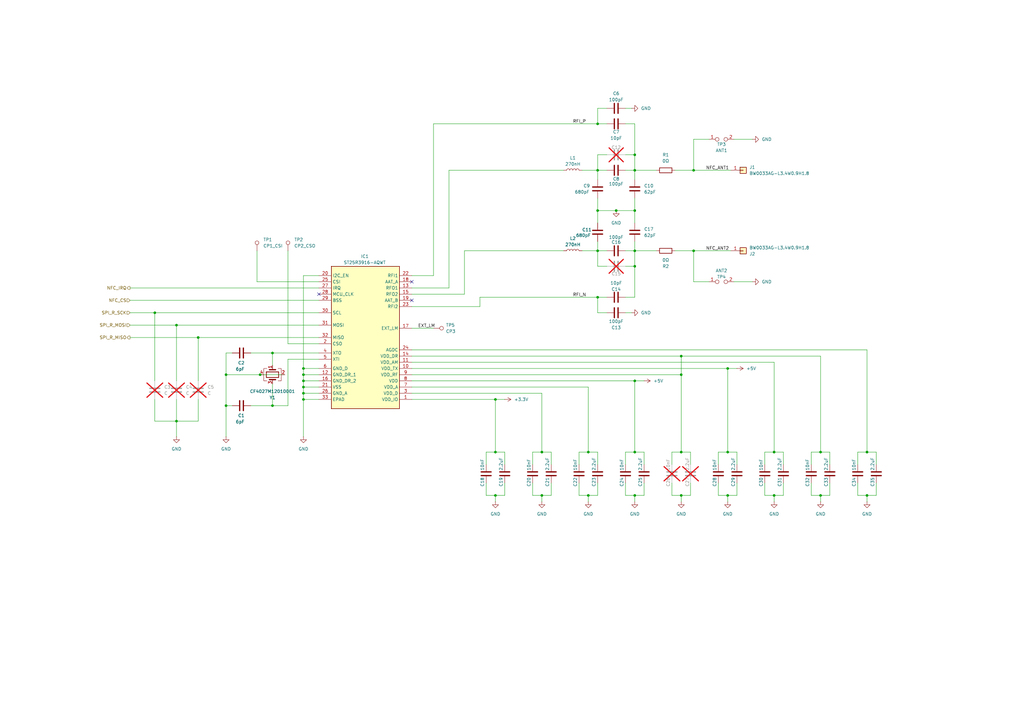
<source format=kicad_sch>
(kicad_sch (version 20231120) (generator "eeschema") (generator_version "8.0")
  (paper "A3")
  (lib_symbols
    (symbol "Connector:TestPoint" (pin_numbers hide) (pin_names (offset 0.762) hide)
      (property "Reference" "TP" (at 0 6.858 0))
      (property "Value" "TestPoint" (at 0 5.08 0))
      (symbol "TestPoint_0_1"
        (circle (center 0 3.302) (radius 0.762))
      )
      (symbol "TestPoint_1_1"
        (pin passive line (at 0 0 90) (length 2.54) (name "1") (number "1"))
      )
    )
    (symbol "Connector:TestPoint_2Pole" (pin_names (offset 0.762) hide)
      (property "Reference" "TP" (at 0 1.524 0))
      (property "Value" "TestPoint_2Pole" (at 0 -1.778 0))
      (symbol "TestPoint_2Pole_0_1"
        (circle (center -1.778 0) (radius 0.762))
        (circle (center 1.778 0) (radius 0.762))
        (pin passive line (at -5.08 0 0) (length 2.54) (name "1") (number "1"))
        (pin passive line (at 5.08 0 180) (length 2.54) (name "2") (number "2"))
      )
    )
    (symbol "Connector_Generic:Conn_01x01" (pin_names (offset 1.016) hide)
      (property "Reference" "J" (at 0 2.54 0))
      (property "Value" "Conn_01x01" (at 0 -2.54 0))
      (symbol "Conn_01x01_1_1"
        (rectangle (start -1.27 0.127) (end 0 -0.127) (stroke (width 0.1524)))
        (rectangle (start -1.27 1.27) (end 1.27 -1.27) (stroke (width 0.254)) (fill (type background)))
        (pin passive line (at -5.08 0 0) (length 3.81) (name "Pin_1") (number "1"))
      )
    )
    (symbol "Device:C" (pin_numbers hide) (pin_names (offset 0.254))
      (property "Reference" "C" (at 0.635 2.54 0))
      (property "Value" "C" (at 0.635 -2.54 0))
      (symbol "C_0_1"
        (polyline (pts (xy -2.032 -0.762) (xy 2.032 -0.762)) (stroke (width 0.508)))
        (polyline (pts (xy -2.032 0.762) (xy 2.032 0.762)) (stroke (width 0.508)))
      )
      (symbol "C_1_1"
        (pin passive line (at 0 3.81 270) (length 2.794) (name "~") (number "1"))
        (pin passive line (at 0 -3.81 90) (length 2.794) (name "~") (number "2"))
      )
    )
    (symbol "Device:Crystal_GND24" (pin_names (offset 1.016) hide)
      (property "Reference" "Y" (at 3.175 5.08 0))
      (property "Value" "Crystal_GND24" (at 3.175 3.175 0))
      (symbol "Crystal_GND24_0_1"
        (rectangle (start -1.143 2.54) (end 1.143 -2.54) (stroke (width 0.3048)))
        (polyline (pts (xy -2.54 0) (xy -2.032 0)))
        (polyline (pts (xy -2.032 -1.27) (xy -2.032 1.27)) (stroke (width 0.508)))
        (polyline (pts (xy 0 -3.81) (xy 0 -3.556)))
        (polyline (pts (xy 0 3.556) (xy 0 3.81)))
        (polyline (pts (xy 2.032 -1.27) (xy 2.032 1.27)) (stroke (width 0.508)))
        (polyline (pts (xy 2.032 0) (xy 2.54 0)))
        (polyline (pts (xy -2.54 -2.286) (xy -2.54 -3.556) (xy 2.54 -3.556) (xy 2.54 -2.286)))
        (polyline (pts (xy -2.54 2.286) (xy -2.54 3.556) (xy 2.54 3.556) (xy 2.54 2.286)))
      )
      (symbol "Crystal_GND24_1_1"
        (pin passive line (at -3.81 0 0) (length 1.27) (name "1") (number "1"))
        (pin passive line (at 0 5.08 270) (length 1.27) (name "2") (number "2"))
        (pin passive line (at 3.81 0 180) (length 1.27) (name "3") (number "3"))
        (pin passive line (at 0 -5.08 90) (length 1.27) (name "4") (number "4"))
      )
    )
    (symbol "Device:L" (pin_numbers hide) (pin_names (offset 1.016) hide)
      (property "Reference" "L" (at -1.27 0 90))
      (property "Value" "L" (at 1.905 0 90))
      (symbol "L_0_1"
        (arc (start 0 -2.54) (mid 0.6323 -1.905) (end 0 -1.27))
        (arc (start 0 -1.27) (mid 0.6323 -0.635) (end 0 0))
        (arc (start 0 0) (mid 0.6323 0.635) (end 0 1.27))
        (arc (start 0 1.27) (mid 0.6323 1.905) (end 0 2.54))
      )
      (symbol "L_1_1"
        (pin passive line (at 0 3.81 270) (length 1.27) (name "1") (number "1"))
        (pin passive line (at 0 -3.81 90) (length 1.27) (name "2") (number "2"))
      )
    )
    (symbol "Device:R" (pin_numbers hide) (pin_names (offset 0))
      (property "Reference" "R" (at 2.032 0 90))
      (property "Value" "R" (at 0 0 90))
      (symbol "R_0_1"
        (rectangle (start -1.016 -2.54) (end 1.016 2.54) (stroke (width 0.254)))
      )
      (symbol "R_1_1"
        (pin passive line (at 0 3.81 270) (length 1.27) (name "~") (number "1"))
        (pin passive line (at 0 -3.81 90) (length 1.27) (name "~") (number "2"))
      )
    )
    (symbol "SamacSys_Parts:ST25R3916-AQWT"
      (property "Reference" "IC1" (at -0.254 29.464 0))
      (property "Value" "ST25R3916-AQWT" (at -0.254 26.924 0))
      (symbol "ST25R3916-AQWT_1_1"
        (rectangle (start -13.97 25.4) (end 13.97 -33.02) (stroke (width 0.254)) (fill (type background)))
        (pin passive line (at 19.05 -29.21 180) (length 5.08) (name "VDD_IO") (number "1"))
        (pin passive line (at 19.05 -16.51 180) (length 5.08) (name "VDD_TX") (number "10"))
        (pin passive line (at 19.05 -13.97 180) (length 5.08) (name "VDD_AM") (number "11"))
        (pin passive line (at -19.05 -19.05 0) (length 5.08) (name "GND_DR_1") (number "12"))
        (pin passive line (at 19.05 16.51 180) (length 5.08) (name "RFO1") (number "13"))
        (pin passive line (at 19.05 -11.43 180) (length 5.08) (name "VDD_DR") (number "14"))
        (pin passive line (at 19.05 13.97 180) (length 5.08) (name "RFO2") (number "15"))
        (pin passive line (at -19.05 -21.59 0) (length 5.08) (name "GND_DR_2") (number "16"))
        (pin passive line (at 19.05 0 180) (length 5.08) (name "EXT_LM") (number "17"))
        (pin passive line (at 19.05 19.05 180) (length 5.08) (name "AAT_A") (number "18"))
        (pin passive line (at 19.05 11.43 180) (length 5.08) (name "AAT_B") (number "19"))
        (pin passive line (at -19.05 -6.35 0) (length 5.08) (name "CSO") (number "2"))
        (pin passive line (at -19.05 21.59 0) (length 5.08) (name "I2C_EN") (number "20"))
        (pin passive line (at -19.05 -24.13 0) (length 5.08) (name "VSS") (number "21"))
        (pin passive line (at 19.05 21.59 180) (length 5.08) (name "RFI1") (number "22"))
        (pin passive line (at 19.05 8.89 180) (length 5.08) (name "RFI2") (number "23"))
        (pin passive line (at 19.05 -8.89 180) (length 5.08) (name "AGDC") (number "24"))
        (pin passive line (at -19.05 19.05 0) (length 5.08) (name "CSI") (number "25"))
        (pin passive line (at -19.05 -26.67 0) (length 5.08) (name "GND_A") (number "26"))
        (pin passive line (at -19.05 16.51 0) (length 5.08) (name "IRQ") (number "27"))
        (pin passive line (at -19.05 13.97 0) (length 5.08) (name "MCU_CLK") (number "28"))
        (pin passive line (at -19.05 11.43 0) (length 5.08) (name "BSS") (number "29"))
        (pin passive line (at 19.05 -26.67 180) (length 5.08) (name "VDD_D") (number "3"))
        (pin passive line (at -19.05 6.35 0) (length 5.08) (name "SCLK") (number "30") (alternate "SCL" passive line))
        (pin passive line (at -19.05 1.27 0) (length 5.08) (name "MOSI") (number "31"))
        (pin passive line (at -19.05 -3.81 0) (length 5.08) (name "MISO") (number "32"))
        (pin passive line (at -19.05 -29.21 0) (length 5.08) (name "EPAD") (number "33"))
        (pin passive line (at -19.05 -10.16 0) (length 5.08) (name "XTO") (number "4"))
        (pin passive line (at -19.05 -12.7 0) (length 5.08) (name "XTI") (number "5"))
        (pin passive line (at -19.05 -16.51 0) (length 5.08) (name "GND_D") (number "6"))
        (pin passive line (at 19.05 -24.13 180) (length 5.08) (name "VDD_A") (number "7"))
        (pin passive line (at 19.05 -21.59 180) (length 5.08) (name "VDD") (number "8"))
        (pin passive line (at 19.05 -19.05 180) (length 5.08) (name "VDD_RF") (number "9"))
      )
    )
    (symbol "power:+3.3V" (power) (pin_numbers hide) (pin_names (offset 0) hide)
      (property "Value" "+3.3V" (at 0 3.556 0))
      (symbol "+3.3V_0_1"
        (polyline (pts (xy -0.762 1.27) (xy 0 2.54)))
        (polyline (pts (xy 0 0) (xy 0 2.54)))
        (polyline (pts (xy 0 2.54) (xy 0.762 1.27)))
      )
      (symbol "+3.3V_1_1"
        (pin power_in line (at 0 0 90) (length 0) (name "~") (number "1"))
      )
    )
    (symbol "power:+5V" (power) (pin_numbers hide) (pin_names (offset 0) hide)
      (property "Value" "+5V" (at 0 3.556 0))
      (symbol "+5V_0_1"
        (polyline (pts (xy -0.762 1.27) (xy 0 2.54)))
        (polyline (pts (xy 0 0) (xy 0 2.54)))
        (polyline (pts (xy 0 2.54) (xy 0.762 1.27)))
      )
      (symbol "+5V_1_1"
        (pin power_in line (at 0 0 90) (length 0) (name "~") (number "1"))
      )
    )
    (symbol "power:GND" (power) (pin_numbers hide) (pin_names (offset 0) hide)
      (property "Value" "GND" (at 0 -3.81 0))
      (symbol "GND_0_1"
        (polyline (pts (xy 0 0) (xy 0 -1.27) (xy 1.27 -1.27) (xy 0 -2.54) (xy -1.27 -1.27) (xy 0 -1.27)))
      )
      (symbol "GND_1_1"
        (pin power_in line (at 0 0 270) (length 0) (name "~") (number "1"))
      )
    )
  )
  (junction (at 222.25 203.2))
  (junction (at 124.46 153.67))
  (junction (at 245.11 50.8))
  (junction (at 63.5 128.27))
  (junction (at 241.3 185.42))
  (junction (at 106.68 153.67))
  (junction (at 298.45 151.13))
  (junction (at 260.35 86.36))
  (junction (at 260.35 203.2))
  (junction (at 298.45 203.2))
  (junction (at 355.6 203.2))
  (junction (at 245.11 86.36))
  (junction (at 222.25 185.42))
  (junction (at 260.35 69.85))
  (junction (at 241.3 203.2))
  (junction (at 260.35 63.5))
  (junction (at 279.4 185.42))
  (junction (at 92.71 166.37))
  (junction (at 355.6 185.42))
  (junction (at 279.4 146.05))
  (junction (at 260.35 156.21))
  (junction (at 279.4 153.67))
  (junction (at 124.46 161.29))
  (junction (at 72.39 172.72))
  (junction (at 111.76 144.78))
  (junction (at 284.48 102.87))
  (junction (at 245.11 102.87))
  (junction (at 203.2 203.2))
  (junction (at 317.5 185.42))
  (junction (at 279.4 203.2))
  (junction (at 72.39 133.35))
  (junction (at 81.28 138.43))
  (junction (at 260.35 109.22))
  (junction (at 111.76 166.37))
  (junction (at 203.2 185.42))
  (junction (at 124.46 156.21))
  (junction (at 284.48 69.85))
  (junction (at 124.46 163.83))
  (junction (at 124.46 151.13))
  (junction (at 298.45 185.42))
  (junction (at 92.71 153.67))
  (junction (at 260.35 185.42))
  (junction (at 252.73 86.36))
  (junction (at 245.11 121.92))
  (junction (at 203.2 163.83))
  (junction (at 317.5 203.2))
  (junction (at 260.35 102.87))
  (junction (at 336.55 185.42))
  (junction (at 124.46 158.75))
  (junction (at 336.55 203.2))
  (junction (at 245.11 69.85))
  (no_connect (at 130.81 120.65))
  (no_connect (at 168.91 115.57))
  (no_connect (at 168.91 123.19))
  (wire (pts (xy 177.8 113.03) (xy 168.91 113.03)))
  (wire (pts (xy 168.91 156.21) (xy 260.35 156.21)))
  (wire (pts (xy 237.49 185.42) (xy 241.3 185.42)))
  (wire (pts (xy 355.6 205.74) (xy 355.6 203.2)))
  (wire (pts (xy 196.85 125.73) (xy 196.85 121.92)))
  (wire (pts (xy 313.69 185.42) (xy 317.5 185.42)))
  (wire (pts (xy 111.76 166.37) (xy 118.11 166.37)))
  (wire (pts (xy 111.76 157.48) (xy 111.76 166.37)))
  (wire (pts (xy 245.11 203.2) (xy 241.3 203.2)))
  (wire (pts (xy 264.16 203.2) (xy 260.35 203.2)))
  (wire (pts (xy 105.41 115.57) (xy 105.41 102.87)))
  (wire (pts (xy 340.36 185.42) (xy 340.36 190.5)))
  (wire (pts (xy 260.35 102.87) (xy 260.35 99.06)))
  (wire (pts (xy 245.11 44.45) (xy 248.92 44.45)))
  (wire (pts (xy 218.44 185.42) (xy 222.25 185.42)))
  (wire (pts (xy 355.6 143.51) (xy 355.6 185.42)))
  (wire (pts (xy 260.35 109.22) (xy 256.54 109.22)))
  (wire (pts (xy 226.06 203.2) (xy 222.25 203.2)))
  (wire (pts (xy 203.2 163.83) (xy 203.2 185.42)))
  (wire (pts (xy 248.92 102.87) (xy 245.11 102.87)))
  (wire (pts (xy 207.01 185.42) (xy 207.01 190.5)))
  (wire (pts (xy 264.16 198.12) (xy 264.16 203.2)))
  (wire (pts (xy 284.48 57.15) (xy 284.48 69.85)))
  (wire (pts (xy 260.35 63.5) (xy 256.54 63.5)))
  (wire (pts (xy 184.15 69.85) (xy 184.15 118.11)))
  (wire (pts (xy 298.45 185.42) (xy 302.26 185.42)))
  (wire (pts (xy 300.99 57.15) (xy 308.61 57.15)))
  (wire (pts (xy 260.35 81.28) (xy 260.35 86.36)))
  (wire (pts (xy 72.39 163.83) (xy 72.39 172.72)))
  (wire (pts (xy 245.11 121.92) (xy 248.92 121.92)))
  (wire (pts (xy 168.91 163.83) (xy 203.2 163.83)))
  (wire (pts (xy 237.49 203.2) (xy 241.3 203.2)))
  (wire (pts (xy 321.31 203.2) (xy 317.5 203.2)))
  (wire (pts (xy 284.48 69.85) (xy 299.72 69.85)))
  (wire (pts (xy 63.5 128.27) (xy 130.81 128.27)))
  (wire (pts (xy 359.41 198.12) (xy 359.41 203.2)))
  (wire (pts (xy 231.14 69.85) (xy 184.15 69.85)))
  (wire (pts (xy 168.91 125.73) (xy 196.85 125.73)))
  (wire (pts (xy 168.91 143.51) (xy 355.6 143.51)))
  (wire (pts (xy 92.71 144.78) (xy 92.71 153.67)))
  (wire (pts (xy 190.5 120.65) (xy 168.91 120.65)))
  (wire (pts (xy 168.91 153.67) (xy 279.4 153.67)))
  (wire (pts (xy 92.71 153.67) (xy 106.68 153.67)))
  (wire (pts (xy 302.26 185.42) (xy 302.26 190.5)))
  (wire (pts (xy 256.54 190.5) (xy 256.54 185.42)))
  (wire (pts (xy 124.46 113.03) (xy 124.46 151.13)))
  (wire (pts (xy 53.34 118.11) (xy 130.81 118.11)))
  (wire (pts (xy 111.76 149.86) (xy 111.76 144.78)))
  (wire (pts (xy 260.35 121.92) (xy 260.35 109.22)))
  (wire (pts (xy 207.01 163.83) (xy 203.2 163.83)))
  (wire (pts (xy 260.35 156.21) (xy 260.35 185.42)))
  (wire (pts (xy 260.35 185.42) (xy 264.16 185.42)))
  (wire (pts (xy 124.46 161.29) (xy 124.46 163.83)))
  (wire (pts (xy 260.35 205.74) (xy 260.35 203.2)))
  (wire (pts (xy 359.41 203.2) (xy 355.6 203.2)))
  (wire (pts (xy 168.91 161.29) (xy 222.25 161.29)))
  (wire (pts (xy 190.5 102.87) (xy 190.5 120.65)))
  (wire (pts (xy 72.39 133.35) (xy 72.39 156.21)))
  (wire (pts (xy 237.49 198.12) (xy 237.49 203.2)))
  (wire (pts (xy 283.21 198.12) (xy 283.21 203.2)))
  (wire (pts (xy 256.54 185.42) (xy 260.35 185.42)))
  (wire (pts (xy 222.25 185.42) (xy 226.06 185.42)))
  (wire (pts (xy 199.39 198.12) (xy 199.39 203.2)))
  (wire (pts (xy 275.59 190.5) (xy 275.59 185.42)))
  (wire (pts (xy 124.46 151.13) (xy 124.46 153.67)))
  (wire (pts (xy 118.11 102.87) (xy 118.11 140.97)))
  (wire (pts (xy 124.46 163.83) (xy 130.81 163.83)))
  (wire (pts (xy 124.46 151.13) (xy 130.81 151.13)))
  (wire (pts (xy 118.11 140.97) (xy 130.81 140.97)))
  (wire (pts (xy 203.2 205.74) (xy 203.2 203.2)))
  (wire (pts (xy 238.76 69.85) (xy 245.11 69.85)))
  (wire (pts (xy 290.83 115.57) (xy 284.48 115.57)))
  (wire (pts (xy 336.55 185.42) (xy 340.36 185.42)))
  (wire (pts (xy 53.34 133.35) (xy 72.39 133.35)))
  (wire (pts (xy 359.41 185.42) (xy 359.41 190.5)))
  (wire (pts (xy 124.46 153.67) (xy 124.46 156.21)))
  (wire (pts (xy 256.54 121.92) (xy 260.35 121.92)))
  (wire (pts (xy 81.28 163.83) (xy 81.28 172.72)))
  (wire (pts (xy 53.34 128.27) (xy 63.5 128.27)))
  (wire (pts (xy 124.46 158.75) (xy 130.81 158.75)))
  (wire (pts (xy 260.35 69.85) (xy 260.35 73.66)))
  (wire (pts (xy 184.15 118.11) (xy 168.91 118.11)))
  (wire (pts (xy 218.44 203.2) (xy 222.25 203.2)))
  (wire (pts (xy 124.46 158.75) (xy 124.46 161.29)))
  (wire (pts (xy 222.25 161.29) (xy 222.25 185.42)))
  (wire (pts (xy 279.4 153.67) (xy 279.4 185.42)))
  (wire (pts (xy 63.5 128.27) (xy 63.5 156.21)))
  (wire (pts (xy 245.11 121.92) (xy 245.11 128.27)))
  (wire (pts (xy 256.54 128.27) (xy 259.08 128.27)))
  (wire (pts (xy 118.11 147.32) (xy 130.81 147.32)))
  (wire (pts (xy 238.76 102.87) (xy 245.11 102.87)))
  (wire (pts (xy 226.06 198.12) (xy 226.06 203.2)))
  (wire (pts (xy 231.14 102.87) (xy 190.5 102.87)))
  (wire (pts (xy 351.79 185.42) (xy 355.6 185.42)))
  (wire (pts (xy 72.39 133.35) (xy 130.81 133.35)))
  (wire (pts (xy 245.11 50.8) (xy 248.92 50.8)))
  (wire (pts (xy 124.46 153.67) (xy 130.81 153.67)))
  (wire (pts (xy 241.3 158.75) (xy 241.3 185.42)))
  (wire (pts (xy 168.91 158.75) (xy 241.3 158.75)))
  (wire (pts (xy 245.11 198.12) (xy 245.11 203.2)))
  (wire (pts (xy 317.5 185.42) (xy 321.31 185.42)))
  (wire (pts (xy 124.46 163.83) (xy 124.46 179.07)))
  (wire (pts (xy 279.4 146.05) (xy 279.4 153.67)))
  (wire (pts (xy 321.31 198.12) (xy 321.31 203.2)))
  (wire (pts (xy 302.26 203.2) (xy 298.45 203.2)))
  (wire (pts (xy 102.87 144.78) (xy 111.76 144.78)))
  (wire (pts (xy 355.6 185.42) (xy 359.41 185.42)))
  (wire (pts (xy 302.26 151.13) (xy 298.45 151.13)))
  (wire (pts (xy 264.16 156.21) (xy 260.35 156.21)))
  (wire (pts (xy 53.34 138.43) (xy 81.28 138.43)))
  (wire (pts (xy 351.79 190.5) (xy 351.79 185.42)))
  (wire (pts (xy 248.92 69.85) (xy 245.11 69.85)))
  (wire (pts (xy 63.5 163.83) (xy 63.5 172.72)))
  (wire (pts (xy 340.36 203.2) (xy 336.55 203.2)))
  (wire (pts (xy 279.4 205.74) (xy 279.4 203.2)))
  (wire (pts (xy 241.3 185.42) (xy 245.11 185.42)))
  (wire (pts (xy 336.55 146.05) (xy 336.55 185.42)))
  (wire (pts (xy 111.76 144.78) (xy 130.81 144.78)))
  (wire (pts (xy 351.79 198.12) (xy 351.79 203.2)))
  (wire (pts (xy 168.91 146.05) (xy 279.4 146.05)))
  (wire (pts (xy 256.54 102.87) (xy 260.35 102.87)))
  (wire (pts (xy 63.5 172.72) (xy 72.39 172.72)))
  (wire (pts (xy 279.4 185.42) (xy 283.21 185.42)))
  (wire (pts (xy 218.44 190.5) (xy 218.44 185.42)))
  (wire (pts (xy 245.11 102.87) (xy 245.11 99.06)))
  (wire (pts (xy 245.11 109.22) (xy 245.11 102.87)))
  (wire (pts (xy 102.87 166.37) (xy 111.76 166.37)))
  (wire (pts (xy 332.74 198.12) (xy 332.74 203.2)))
  (wire (pts (xy 245.11 63.5) (xy 245.11 69.85)))
  (wire (pts (xy 256.54 69.85) (xy 260.35 69.85)))
  (wire (pts (xy 294.64 190.5) (xy 294.64 185.42)))
  (wire (pts (xy 256.54 198.12) (xy 256.54 203.2)))
  (wire (pts (xy 95.25 144.78) (xy 92.71 144.78)))
  (wire (pts (xy 245.11 81.28) (xy 245.11 86.36)))
  (wire (pts (xy 124.46 113.03) (xy 130.81 113.03)))
  (wire (pts (xy 222.25 205.74) (xy 222.25 203.2)))
  (wire (pts (xy 298.45 151.13) (xy 298.45 185.42)))
  (wire (pts (xy 248.92 63.5) (xy 245.11 63.5)))
  (wire (pts (xy 53.34 123.19) (xy 130.81 123.19)))
  (wire (pts (xy 332.74 203.2) (xy 336.55 203.2)))
  (wire (pts (xy 124.46 156.21) (xy 124.46 158.75)))
  (wire (pts (xy 81.28 138.43) (xy 130.81 138.43)))
  (wire (pts (xy 177.8 50.8) (xy 177.8 113.03)))
  (wire (pts (xy 237.49 190.5) (xy 237.49 185.42)))
  (wire (pts (xy 313.69 203.2) (xy 317.5 203.2)))
  (wire (pts (xy 276.86 69.85) (xy 284.48 69.85)))
  (wire (pts (xy 196.85 121.92) (xy 245.11 121.92)))
  (wire (pts (xy 218.44 198.12) (xy 218.44 203.2)))
  (wire (pts (xy 256.54 44.45) (xy 259.08 44.45)))
  (wire (pts (xy 177.8 50.8) (xy 245.11 50.8)))
  (wire (pts (xy 275.59 185.42) (xy 279.4 185.42)))
  (wire (pts (xy 317.5 148.59) (xy 317.5 185.42)))
  (wire (pts (xy 256.54 50.8) (xy 260.35 50.8)))
  (wire (pts (xy 260.35 69.85) (xy 269.24 69.85)))
  (wire (pts (xy 245.11 86.36) (xy 252.73 86.36)))
  (wire (pts (xy 321.31 185.42) (xy 321.31 190.5)))
  (wire (pts (xy 260.35 102.87) (xy 269.24 102.87)))
  (wire (pts (xy 302.26 198.12) (xy 302.26 203.2)))
  (wire (pts (xy 245.11 185.42) (xy 245.11 190.5)))
  (wire (pts (xy 336.55 205.74) (xy 336.55 203.2)))
  (wire (pts (xy 294.64 198.12) (xy 294.64 203.2)))
  (wire (pts (xy 245.11 44.45) (xy 245.11 50.8)))
  (wire (pts (xy 92.71 166.37) (xy 92.71 179.07)))
  (wire (pts (xy 294.64 185.42) (xy 298.45 185.42)))
  (wire (pts (xy 245.11 69.85) (xy 245.11 73.66)))
  (wire (pts (xy 226.06 185.42) (xy 226.06 190.5)))
  (wire (pts (xy 168.91 148.59) (xy 317.5 148.59)))
  (wire (pts (xy 118.11 166.37) (xy 118.11 147.32)))
  (wire (pts (xy 260.35 91.44) (xy 260.35 86.36)))
  (wire (pts (xy 275.59 198.12) (xy 275.59 203.2)))
  (wire (pts (xy 332.74 190.5) (xy 332.74 185.42)))
  (wire (pts (xy 241.3 205.74) (xy 241.3 203.2)))
  (wire (pts (xy 106.68 153.67) (xy 116.84 153.67)))
  (wire (pts (xy 203.2 185.42) (xy 207.01 185.42)))
  (wire (pts (xy 317.5 205.74) (xy 317.5 203.2)))
  (wire (pts (xy 168.91 151.13) (xy 298.45 151.13)))
  (wire (pts (xy 313.69 198.12) (xy 313.69 203.2)))
  (wire (pts (xy 81.28 138.43) (xy 81.28 156.21)))
  (wire (pts (xy 124.46 161.29) (xy 130.81 161.29)))
  (wire (pts (xy 260.35 63.5) (xy 260.35 69.85)))
  (wire (pts (xy 81.28 172.72) (xy 72.39 172.72)))
  (wire (pts (xy 313.69 190.5) (xy 313.69 185.42)))
  (wire (pts (xy 92.71 166.37) (xy 95.25 166.37)))
  (wire (pts (xy 168.91 134.62) (xy 177.8 134.62)))
  (wire (pts (xy 298.45 205.74) (xy 298.45 203.2)))
  (wire (pts (xy 332.74 185.42) (xy 336.55 185.42)))
  (wire (pts (xy 124.46 156.21) (xy 130.81 156.21)))
  (wire (pts (xy 248.92 109.22) (xy 245.11 109.22)))
  (wire (pts (xy 300.99 115.57) (xy 308.61 115.57)))
  (wire (pts (xy 290.83 57.15) (xy 284.48 57.15)))
  (wire (pts (xy 199.39 203.2) (xy 203.2 203.2)))
  (wire (pts (xy 294.64 203.2) (xy 298.45 203.2)))
  (wire (pts (xy 260.35 86.36) (xy 252.73 86.36)))
  (wire (pts (xy 92.71 153.67) (xy 92.71 166.37)))
  (wire (pts (xy 245.11 128.27) (xy 248.92 128.27)))
  (wire (pts (xy 284.48 102.87) (xy 299.72 102.87)))
  (wire (pts (xy 260.35 50.8) (xy 260.35 63.5)))
  (wire (pts (xy 207.01 198.12) (xy 207.01 203.2)))
  (wire (pts (xy 199.39 190.5) (xy 199.39 185.42)))
  (wire (pts (xy 283.21 185.42) (xy 283.21 190.5)))
  (wire (pts (xy 105.41 115.57) (xy 130.81 115.57)))
  (wire (pts (xy 199.39 185.42) (xy 203.2 185.42)))
  (wire (pts (xy 72.39 172.72) (xy 72.39 179.07)))
  (wire (pts (xy 284.48 115.57) (xy 284.48 102.87)))
  (wire (pts (xy 245.11 91.44) (xy 245.11 86.36)))
  (wire (pts (xy 279.4 146.05) (xy 336.55 146.05)))
  (wire (pts (xy 275.59 203.2) (xy 279.4 203.2)))
  (wire (pts (xy 207.01 203.2) (xy 203.2 203.2)))
  (wire (pts (xy 256.54 203.2) (xy 260.35 203.2)))
  (wire (pts (xy 260.35 109.22) (xy 260.35 102.87)))
  (wire (pts (xy 264.16 185.42) (xy 264.16 190.5)))
  (wire (pts (xy 276.86 102.87) (xy 284.48 102.87)))
  (wire (pts (xy 351.79 203.2) (xy 355.6 203.2)))
  (wire (pts (xy 340.36 198.12) (xy 340.36 203.2)))
  (wire (pts (xy 283.21 203.2) (xy 279.4 203.2)))
  (label "EXT_LM" (at 171.45 134.62 0))
  (label "NFC_ANT1" (at 289.56 69.85 0))
  (label "RFI_N" (at 234.95 121.92 0))
  (label "NFC_ANT2" (at 289.56 102.87 0))
  (label "RFI_P" (at 234.95 50.8 0))
  (hierarchical_label "SPI_R_SCK" (shape input) (at 53.34 128.27 180))
  (hierarchical_label "NFC_CS" (shape input) (at 53.34 123.19 180))
  (hierarchical_label "SPI_R_MISO" (shape output) (at 53.34 138.43 180))
  (hierarchical_label "SPI_R_MOSI" (shape input) (at 53.34 133.35 180))
  (hierarchical_label "NFC_IRQ" (shape output) (at 53.34 118.11 180))
  (symbol (lib_id "Device:C") (at 245.11 194.31 0) (unit 1)
    (property "Reference" "C23" (at 243.586 199.644 90) (effects (justify left)))
    (property "Value" "2.2uF" (at 243.586 193.04 90) (effects (justify left)))
    (property "Footprint" "Capacitor_SMD:C_0402_1005Metric" (effects (hide yes)))
    (property "Description" "Unpolarized capacitor" (effects (hide yes)))
  )
  (symbol (lib_id "Device:C") (at 260.35 77.47 0) (unit 1)
    (property "Reference" "C10" (at 264.16 76.1999 0) (effects (justify left)))
    (property "Value" "62pF" (at 264.16 78.7399 0) (effects (justify left)))
    (property "Footprint" "Capacitor_SMD:C_0402_1005Metric" (effects (hide yes)))
    (property "Description" "Unpolarized capacitor" (effects (hide yes)))
  )
  (symbol (lib_id "Device:R") (at 273.05 69.85 90) (unit 1)
    (property "Reference" "R1" (at 273.05 63.5 90))
    (property "Value" "0Ω" (at 273.05 66.04 90))
    (property "Footprint" "Resistor_SMD:R_0402_1005Metric" (effects (hide yes)))
    (property "Description" "Resistor" (effects (hide yes)))
  )
  (symbol (lib_id "power:GND") (at 336.55 205.74 0) (mirror y) (unit 1)
    (property "Reference" "#PWR016" (effects (hide yes)))
    (property "Value" "GND" (at 336.55 210.82 0))
    (property "Description" "Power symbol creates a global label with name \"GND\" , ground" (effects (hide yes)))
  )
  (symbol (lib_id "Connector:TestPoint") (at 177.8 134.62 270) (unit 1)
    (property "Reference" "TP5" (at 182.88 133.3499 90) (effects (justify left)))
    (property "Value" "CP3" (at 182.88 135.8899 90) (effects (justify left)))
    (property "Footprint" "TestPoint:TestPoint_Pad_1.0x1.0mm" (effects (hide yes)))
    (property "Description" "test point" (effects (hide yes)))
  )
  (symbol (lib_id "power:GND") (at 308.61 115.57 90) (mirror x) (unit 1)
    (property "Reference" "#PWR08" (effects (hide yes)))
    (property "Value" "GND" (at 312.42 115.5701 90) (effects (justify right)))
    (property "Description" "Power symbol creates a global label with name \"GND\" , ground" (effects (hide yes)))
  )
  (symbol (lib_id "Device:C") (at 237.49 194.31 0) (unit 1)
    (property "Reference" "C22" (at 235.966 199.644 90) (effects (justify left)))
    (property "Value" "10nF" (at 235.966 193.04 90) (effects (justify left)))
    (property "Footprint" "Capacitor_SMD:C_0402_1005Metric" (effects (hide yes)))
    (property "Description" "Unpolarized capacitor" (effects (hide yes)))
  )
  (symbol (lib_id "Device:C") (at 72.39 160.02 0) (unit 1) (dnp yes)
    (property "Reference" "C4" (at 76.2 158.7499 0) (effects (justify left)))
    (property "Value" "C" (at 76.2 161.2899 0) (effects (justify left)))
    (property "Footprint" "Capacitor_SMD:C_0402_1005Metric" (effects (hide yes)))
    (property "Description" "Unpolarized capacitor" (effects (hide yes)))
  )
  (symbol (lib_id "Device:C") (at 275.59 194.31 0) (unit 1) (dnp yes)
    (property "Reference" "C26" (at 274.066 199.644 90) (effects (justify left)))
    (property "Value" "10nF" (at 274.066 193.04 90) (effects (justify left)))
    (property "Footprint" "Capacitor_SMD:C_0402_1005Metric" (effects (hide yes)))
    (property "Description" "Unpolarized capacitor" (effects (hide yes)))
  )
  (symbol (lib_id "power:GND") (at 203.2 205.74 0) (mirror y) (unit 1)
    (property "Reference" "#PWR09" (effects (hide yes)))
    (property "Value" "GND" (at 203.2 210.82 0))
    (property "Description" "Power symbol creates a global label with name \"GND\" , ground" (effects (hide yes)))
  )
  (symbol (lib_id "power:GND") (at 241.3 205.74 0) (mirror y) (unit 1)
    (property "Reference" "#PWR011" (effects (hide yes)))
    (property "Value" "GND" (at 241.3 210.82 0))
    (property "Description" "Power symbol creates a global label with name \"GND\" , ground" (effects (hide yes)))
  )
  (symbol (lib_id "Connector:TestPoint_2Pole") (at 295.91 115.57 0) (mirror x) (unit 1)
    (property "Reference" "TP4" (at 295.91 113.538 0))
    (property "Value" "ANT2" (at 295.91 110.998 0))
    (property "Footprint" "Library:TP_DP" (effects (hide yes)))
    (property "Description" "2-polar test point" (effects (hide yes)))
  )
  (symbol (lib_id "Device:C") (at 302.26 194.31 0) (unit 1)
    (property "Reference" "C29" (at 300.736 199.644 90) (effects (justify left)))
    (property "Value" "2.2uF" (at 300.736 193.04 90) (effects (justify left)))
    (property "Footprint" "Capacitor_SMD:C_0402_1005Metric" (effects (hide yes)))
    (property "Description" "Unpolarized capacitor" (effects (hide yes)))
  )
  (symbol (lib_id "Device:C") (at 252.73 109.22 90) (mirror x) (unit 1) (dnp yes)
    (property "Reference" "C15" (at 252.73 112.268 90))
    (property "Value" "C" (effects (hide yes)))
    (property "Footprint" "Capacitor_SMD:C_0402_1005Metric" (effects (hide yes)))
    (property "Description" "Unpolarized capacitor" (effects (hide yes)))
  )
  (symbol (lib_id "Connector:TestPoint_2Pole") (at 295.91 57.15 0) (unit 1)
    (property "Reference" "TP3" (at 295.91 59.182 0))
    (property "Value" "ANT1" (at 295.91 61.722 0))
    (property "Footprint" "Library:TP_DP" (effects (hide yes)))
    (property "Description" "2-polar test point" (effects (hide yes)))
  )
  (symbol (lib_id "Device:C") (at 218.44 194.31 0) (unit 1)
    (property "Reference" "C20" (at 216.916 199.644 90) (effects (justify left)))
    (property "Value" "10nF" (at 216.916 193.04 90) (effects (justify left)))
    (property "Footprint" "Capacitor_SMD:C_0402_1005Metric" (effects (hide yes)))
    (property "Description" "Unpolarized capacitor" (effects (hide yes)))
  )
  (symbol (lib_id "power:GND") (at 260.35 205.74 0) (mirror y) (unit 1)
    (property "Reference" "#PWR012" (effects (hide yes)))
    (property "Value" "GND" (at 260.35 210.82 0))
    (property "Description" "Power symbol creates a global label with name \"GND\" , ground" (effects (hide yes)))
  )
  (symbol (lib_id "Device:C") (at 264.16 194.31 0) (unit 1)
    (property "Reference" "C25" (at 262.636 199.644 90) (effects (justify left)))
    (property "Value" "2.2uF" (at 262.636 193.04 90) (effects (justify left)))
    (property "Footprint" "Capacitor_SMD:C_0402_1005Metric" (effects (hide yes)))
    (property "Description" "Unpolarized capacitor" (effects (hide yes)))
  )
  (symbol (lib_id "Device:R") (at 273.05 102.87 90) (mirror x) (unit 1)
    (property "Reference" "R2" (at 273.05 109.22 90))
    (property "Value" "0Ω" (at 273.05 106.68 90))
    (property "Footprint" "Resistor_SMD:R_0402_1005Metric" (effects (hide yes)))
    (property "Description" "Resistor" (effects (hide yes)))
  )
  (symbol (lib_id "Device:C") (at 81.28 160.02 0) (unit 1) (dnp yes)
    (property "Reference" "C5" (at 85.09 158.7499 0) (effects (justify left)))
    (property "Value" "C" (at 85.09 161.2899 0) (effects (justify left)))
    (property "Footprint" "Capacitor_SMD:C_0402_1005Metric" (effects (hide yes)))
    (property "Description" "Unpolarized capacitor" (effects (hide yes)))
  )
  (symbol (lib_id "Device:C") (at 332.74 194.31 0) (unit 1)
    (property "Reference" "C32" (at 331.216 199.644 90) (effects (justify left)))
    (property "Value" "10nF" (at 331.216 193.04 90) (effects (justify left)))
    (property "Footprint" "Capacitor_SMD:C_0402_1005Metric" (effects (hide yes)))
    (property "Description" "Unpolarized capacitor" (effects (hide yes)))
  )
  (symbol (lib_id "power:GND") (at 252.73 86.36 0) (unit 1)
    (property "Reference" "#PWR06" (effects (hide yes)))
    (property "Value" "GND" (at 252.73 91.44 0))
    (property "Description" "Power symbol creates a global label with name \"GND\" , ground" (effects (hide yes)))
  )
  (symbol (lib_id "power:GND") (at 259.08 128.27 90) (mirror x) (unit 1)
    (property "Reference" "#PWR07" (effects (hide yes)))
    (property "Value" "GND" (at 262.89 128.2701 90) (effects (justify right)))
    (property "Description" "Power symbol creates a global label with name \"GND\" , ground" (effects (hide yes)))
  )
  (symbol (lib_id "power:GND") (at 92.71 179.07 0) (unit 1)
    (property "Reference" "#PWR01" (effects (hide yes)))
    (property "Value" "GND" (at 92.71 184.15 0))
    (property "Description" "Power symbol creates a global label with name \"GND\" , ground" (effects (hide yes)))
  )
  (symbol (lib_id "Device:C") (at 294.64 194.31 0) (unit 1)
    (property "Reference" "C28" (at 293.116 199.644 90) (effects (justify left)))
    (property "Value" "10nF" (at 293.116 193.04 90) (effects (justify left)))
    (property "Footprint" "Capacitor_SMD:C_0402_1005Metric" (effects (hide yes)))
    (property "Description" "Unpolarized capacitor" (effects (hide yes)))
  )
  (symbol (lib_id "Device:C") (at 321.31 194.31 0) (unit 1)
    (property "Reference" "C31" (at 319.786 199.644 90) (effects (justify left)))
    (property "Value" "2.2uF" (at 319.786 193.04 90) (effects (justify left)))
    (property "Footprint" "Capacitor_SMD:C_0402_1005Metric" (effects (hide yes)))
    (property "Description" "Unpolarized capacitor" (effects (hide yes)))
  )
  (symbol (lib_id "Connector:TestPoint") (at 105.41 102.87 0) (unit 1)
    (property "Reference" "TP1" (at 107.95 98.2979 0) (effects (justify left)))
    (property "Value" "CP1_CSI" (at 107.95 100.8379 0) (effects (justify left)))
    (property "Footprint" "TestPoint:TestPoint_Pad_1.0x1.0mm" (effects (hide yes)))
    (property "Description" "test point" (effects (hide yes)))
  )
  (symbol (lib_id "Device:L") (at 234.95 69.85 90) (unit 1)
    (property "Reference" "L1" (at 234.95 64.77 90))
    (property "Value" "270nH" (at 234.95 67.31 90))
    (property "Footprint" "Inductor_SMD:L_0805_2012Metric" (effects (hide yes)))
    (property "Description" "Inductor" (effects (hide yes)))
  )
  (symbol (lib_id "Device:C") (at 313.69 194.31 0) (unit 1)
    (property "Reference" "C30" (at 312.166 199.644 90) (effects (justify left)))
    (property "Value" "10nF" (at 312.166 193.04 90) (effects (justify left)))
    (property "Footprint" "Capacitor_SMD:C_0402_1005Metric" (effects (hide yes)))
    (property "Description" "Unpolarized capacitor" (effects (hide yes)))
  )
  (symbol (lib_id "Device:C") (at 199.39 194.31 0) (unit 1)
    (property "Reference" "C18" (at 197.866 199.644 90) (effects (justify left)))
    (property "Value" "10nF" (at 197.866 193.04 90) (effects (justify left)))
    (property "Footprint" "Capacitor_SMD:C_0402_1005Metric" (effects (hide yes)))
    (property "Description" "Unpolarized capacitor" (effects (hide yes)))
  )
  (symbol (lib_id "Device:C") (at 226.06 194.31 0) (unit 1)
    (property "Reference" "C21" (at 224.536 199.644 90) (effects (justify left)))
    (property "Value" "2.2uF" (at 224.536 193.04 90) (effects (justify left)))
    (property "Footprint" "Capacitor_SMD:C_0402_1005Metric" (effects (hide yes)))
    (property "Description" "Unpolarized capacitor" (effects (hide yes)))
  )
  (symbol (lib_id "Device:C") (at 207.01 194.31 0) (unit 1)
    (property "Reference" "C19" (at 205.486 199.644 90) (effects (justify left)))
    (property "Value" "2.2uF" (at 205.486 193.04 90) (effects (justify left)))
    (property "Footprint" "Capacitor_SMD:C_0402_1005Metric" (effects (hide yes)))
    (property "Description" "Unpolarized capacitor" (effects (hide yes)))
  )
  (symbol (lib_id "Device:C") (at 252.73 102.87 90) (mirror x) (unit 1)
    (property "Reference" "C16" (at 252.73 99.314 90))
    (property "Value" "100pF" (at 252.73 97.282 90))
    (property "Footprint" "Capacitor_SMD:C_0402_1005Metric" (effects (hide yes)))
    (property "Description" "Unpolarized capacitor" (effects (hide yes)))
  )
  (symbol (lib_id "Device:C") (at 283.21 194.31 0) (unit 1) (dnp yes)
    (property "Reference" "C27" (at 281.94 199.644 90) (effects (justify left)))
    (property "Value" "2.2uF" (at 281.94 193.04 90) (effects (justify left)))
    (property "Footprint" "Capacitor_SMD:C_0402_1005Metric" (effects (hide yes)))
    (property "Description" "Unpolarized capacitor" (effects (hide yes)))
  )
  (symbol (lib_id "Device:C") (at 256.54 194.31 0) (unit 1)
    (property "Reference" "C24" (at 255.016 199.644 90) (effects (justify left)))
    (property "Value" "10nF" (at 255.016 193.04 90) (effects (justify left)))
    (property "Footprint" "Capacitor_SMD:C_0402_1005Metric" (effects (hide yes)))
    (property "Description" "Unpolarized capacitor" (effects (hide yes)))
  )
  (symbol (lib_id "Device:C") (at 252.73 63.5 90) (unit 1) (dnp yes)
    (property "Reference" "C12" (at 252.73 60.452 90))
    (property "Value" "C" (effects (hide yes)))
    (property "Footprint" "Capacitor_SMD:C_0402_1005Metric" (effects (hide yes)))
    (property "Description" "Unpolarized capacitor" (effects (hide yes)))
  )
  (symbol (lib_id "power:+3.3V") (at 207.01 163.83 270) (unit 1)
    (property "Reference" "#PWR018" (effects (hide yes)))
    (property "Value" "+3.3V" (at 210.82 163.8299 90) (effects (justify left)))
    (property "Description" "Power symbol creates a global label with name \"+3.3V\"" (effects (hide yes)))
  )
  (symbol (lib_id "Connector_Generic:Conn_01x01") (at 304.8 102.87 0) (mirror x) (unit 1)
    (property "Reference" "J2" (at 307.34 104.1401 0) (effects (justify left)))
    (property "Value" "BW0033AG-L3.4W0.9H1.8" (at 307.34 101.6001 0) (effects (justify left)))
    (property "Footprint" "Library:SMD_L3.4-W0.9" (effects (hide yes)))
    (property "Description" "Generic connector, single row, 01x01, script generated (kicad-library-utils/schlib/autogen/connector/)" (effects (hide yes)))
  )
  (symbol (lib_id "power:GND") (at 222.25 205.74 0) (mirror y) (unit 1)
    (property "Reference" "#PWR010" (effects (hide yes)))
    (property "Value" "GND" (at 222.25 210.82 0))
    (property "Description" "Power symbol creates a global label with name \"GND\" , ground" (effects (hide yes)))
  )
  (symbol (lib_id "power:GND") (at 355.6 205.74 0) (mirror y) (unit 1)
    (property "Reference" "#PWR017" (effects (hide yes)))
    (property "Value" "GND" (at 355.6 210.82 0))
    (property "Description" "Power symbol creates a global label with name \"GND\" , ground" (effects (hide yes)))
  )
  (symbol (lib_id "Device:C") (at 252.73 50.8 90) (unit 1)
    (property "Reference" "C7" (at 252.73 54.102 90))
    (property "Value" "10pF" (at 252.73 56.642 90))
    (property "Footprint" "Capacitor_SMD:C_0402_1005Metric" (effects (hide yes)))
    (property "Description" "Unpolarized capacitor" (effects (hide yes)))
  )
  (symbol (lib_id "Device:C") (at 351.79 194.31 0) (unit 1)
    (property "Reference" "C34" (at 350.266 199.644 90) (effects (justify left)))
    (property "Value" "10nF" (at 350.266 193.04 90) (effects (justify left)))
    (property "Footprint" "Capacitor_SMD:C_0402_1005Metric" (effects (hide yes)))
    (property "Description" "Unpolarized capacitor" (effects (hide yes)))
  )
  (symbol (lib_id "Device:C") (at 252.73 128.27 90) (mirror x) (unit 1)
    (property "Reference" "C13" (at 252.73 134.366 90))
    (property "Value" "100pF" (at 252.73 131.826 90))
    (property "Footprint" "Capacitor_SMD:C_0402_1005Metric" (effects (hide yes)))
    (property "Description" "Unpolarized capacitor" (effects (hide yes)))
  )
  (symbol (lib_id "power:GND") (at 317.5 205.74 0) (mirror y) (unit 1)
    (property "Reference" "#PWR015" (effects (hide yes)))
    (property "Value" "GND" (at 317.5 210.82 0))
    (property "Description" "Power symbol creates a global label with name \"GND\" , ground" (effects (hide yes)))
  )
  (symbol (lib_id "power:GND") (at 259.08 44.45 90) (unit 1)
    (property "Reference" "#PWR04" (effects (hide yes)))
    (property "Value" "GND" (at 262.89 44.4499 90) (effects (justify right)))
    (property "Description" "Power symbol creates a global label with name \"GND\" , ground" (effects (hide yes)))
  )
  (symbol (lib_id "SamacSys_Parts:ST25R3916-AQWT") (at 149.86 134.62 0) (unit 1)
    (property "Reference" "IC1" (at 149.606 105.156 0))
    (property "Value" "ST25R3916-AQWT" (at 149.606 107.696 0))
    (property "Footprint" "SamacSys_Parts:QFN50P500X500X100-33N-D" (effects (hide yes)))
    (property "Datasheet" "https://www.st.com/resource/en/datasheet/st25r3916.pdf" (effects (hide yes)))
    (property "Description" "STMICROELECTRONICS - ST25R3916-AQWT - RFID, READ/WRITE, 13.56MHZ, VFQFPN-32" (effects (hide yes)))
    (property "Height" "1" (effects (hide yes)))
    (property "Mouser Part Number" "511-ST25R3916-AQWT" (effects (hide yes)))
    (property "Mouser Price/Stock" "https://www.mouser.co.uk/ProductDetail/STMicroelectronics/ST25R3916-AQWT?qs=l7cgNqFNU1i2zMfYpmmcQQ%3D%3D" (effects (hide yes)))
    (property "Manufacturer_Name" "STMicroelectronics" (effects (hide yes)))
    (property "Manufacturer_Part_Number" "ST25R3916-AQWT" (effects (hide yes)))
    (pin "30" (alternate "SCL"))
  )
  (symbol (lib_id "Device:C") (at 63.5 160.02 0) (unit 1) (dnp yes)
    (property "Reference" "C3" (at 67.31 158.7499 0) (effects (justify left)))
    (property "Value" "C" (at 67.31 161.2899 0) (effects (justify left)))
    (property "Footprint" "Capacitor_SMD:C_0402_1005Metric" (effects (hide yes)))
    (property "Description" "Unpolarized capacitor" (effects (hide yes)))
  )
  (symbol (lib_id "Device:C") (at 260.35 95.25 0) (unit 1)
    (property "Reference" "C17" (at 264.16 93.9799 0) (effects (justify left)))
    (property "Value" "62pF" (at 264.16 96.5199 0) (effects (justify left)))
    (property "Footprint" "Capacitor_SMD:C_0402_1005Metric" (effects (hide yes)))
    (property "Description" "Unpolarized capacitor" (effects (hide yes)))
  )
  (symbol (lib_id "Device:C") (at 359.41 194.31 0) (unit 1)
    (property "Reference" "C35" (at 357.886 199.644 90) (effects (justify left)))
    (property "Value" "2.2uF" (at 357.886 193.04 90) (effects (justify left)))
    (property "Footprint" "Capacitor_SMD:C_0402_1005Metric" (effects (hide yes)))
    (property "Description" "Unpolarized capacitor" (effects (hide yes)))
  )
  (symbol (lib_id "Device:C") (at 252.73 44.45 90) (unit 1)
    (property "Reference" "C6" (at 252.73 38.354 90))
    (property "Value" "100pF" (at 252.73 40.894 90))
    (property "Footprint" "Capacitor_SMD:C_0402_1005Metric" (effects (hide yes)))
    (property "Description" "Unpolarized capacitor" (effects (hide yes)))
  )
  (symbol (lib_id "Device:C") (at 99.06 144.78 90) (unit 1)
    (property "Reference" "C2" (at 100.33 148.844 90) (effects (justify left)))
    (property "Value" "6pF" (at 100.33 151.384 90) (effects (justify left)))
    (property "Footprint" "Capacitor_SMD:C_0402_1005Metric" (effects (hide yes)))
    (property "Description" "Unpolarized capacitor" (effects (hide yes)))
  )
  (symbol (lib_id "power:GND") (at 308.61 57.15 90) (unit 1)
    (property "Reference" "#PWR05" (effects (hide yes)))
    (property "Value" "GND" (at 312.42 57.1499 90) (effects (justify right)))
    (property "Description" "Power symbol creates a global label with name \"GND\" , ground" (effects (hide yes)))
  )
  (symbol (lib_id "Device:C") (at 252.73 69.85 90) (unit 1)
    (property "Reference" "C8" (at 252.73 73.406 90))
    (property "Value" "100pF" (at 252.73 75.438 90))
    (property "Footprint" "Capacitor_SMD:C_0402_1005Metric" (effects (hide yes)))
    (property "Description" "Unpolarized capacitor" (effects (hide yes)))
  )
  (symbol (lib_id "power:GND") (at 72.39 179.07 0) (unit 1)
    (property "Reference" "#PWR03" (effects (hide yes)))
    (property "Value" "GND" (at 72.39 184.15 0))
    (property "Description" "Power symbol creates a global label with name \"GND\" , ground" (effects (hide yes)))
  )
  (symbol (lib_id "power:+5V") (at 302.26 151.13 270) (unit 1)
    (property "Reference" "#PWR020" (effects (hide yes)))
    (property "Value" "+5V" (at 306.07 151.1299 90) (effects (justify left)))
    (property "Description" "Power symbol creates a global label with name \"+5V\"" (effects (hide yes)))
  )
  (symbol (lib_id "Device:L") (at 234.95 102.87 90) (unit 1)
    (property "Reference" "L2" (at 234.95 97.79 90))
    (property "Value" "270nH" (at 234.95 100.33 90))
    (property "Footprint" "Inductor_SMD:L_0805_2012Metric" (effects (hide yes)))
    (property "Description" "Inductor" (effects (hide yes)))
  )
  (symbol (lib_id "Connector:TestPoint") (at 118.11 102.87 0) (unit 1)
    (property "Reference" "TP2" (at 120.65 98.2979 0) (effects (justify left)))
    (property "Value" "CP2_CSO" (at 120.65 100.8379 0) (effects (justify left)))
    (property "Footprint" "TestPoint:TestPoint_Pad_1.0x1.0mm" (effects (hide yes)))
    (property "Description" "test point" (effects (hide yes)))
  )
  (symbol (lib_id "Device:C") (at 340.36 194.31 0) (unit 1)
    (property "Reference" "C33" (at 338.836 199.644 90) (effects (justify left)))
    (property "Value" "2.2uF" (at 338.836 193.04 90) (effects (justify left)))
    (property "Footprint" "Capacitor_SMD:C_0402_1005Metric" (effects (hide yes)))
    (property "Description" "Unpolarized capacitor" (effects (hide yes)))
  )
  (symbol (lib_id "Device:C") (at 245.11 77.47 0) (unit 1)
    (property "Reference" "C9" (at 239.268 76.2 0) (effects (justify left)))
    (property "Value" "680pF" (at 235.712 78.74 0) (effects (justify left)))
    (property "Footprint" "Capacitor_SMD:C_0402_1005Metric" (effects (hide yes)))
    (property "Description" "Unpolarized capacitor" (effects (hide yes)))
  )
  (symbol (lib_id "Device:C") (at 252.73 121.92 90) (mirror x) (unit 1)
    (property "Reference" "C14" (at 252.73 118.618 90))
    (property "Value" "10pF" (at 252.73 116.078 90))
    (property "Footprint" "Capacitor_SMD:C_0402_1005Metric" (effects (hide yes)))
    (property "Description" "Unpolarized capacitor" (effects (hide yes)))
  )
  (symbol (lib_id "power:GND") (at 124.46 179.07 0) (unit 1)
    (property "Reference" "#PWR02" (effects (hide yes)))
    (property "Value" "GND" (at 124.46 184.15 0))
    (property "Description" "Power symbol creates a global label with name \"GND\" , ground" (effects (hide yes)))
  )
  (symbol (lib_id "Connector_Generic:Conn_01x01") (at 304.8 69.85 0) (unit 1)
    (property "Reference" "J1" (at 307.34 68.5799 0) (effects (justify left)))
    (property "Value" "BW0033AG-L3.4W0.9H1.8" (at 307.34 71.1199 0) (effects (justify left)))
    (property "Footprint" "Library:SMD_L3.4-W0.9" (effects (hide yes)))
    (property "Description" "Generic connector, single row, 01x01, script generated (kicad-library-utils/schlib/autogen/connector/)" (effects (hide yes)))
  )
  (symbol (lib_id "Device:Crystal_GND24") (at 111.76 153.67 270) (unit 1)
    (property "Reference" "Y1" (at 111.76 163.068 90))
    (property "Value" "CF4027M12010001" (at 111.76 160.528 90))
    (property "Footprint" "Crystal:Crystal_SMD_2016-4Pin_2.0x1.6mm" (effects (hide yes)))
    (property "Description" "Four pin crystal, GND on pins 2 and 4" (effects (hide yes)))
    (property "Height" "0.85" (effects (hide yes)))
    (property "Mouser Part Number" "520-271.2-1030BRWYTR" (effects (hide yes)))
    (property "Mouser Price/Stock" "https://www.mouser.co.uk/ProductDetail/ECS/ECS-271.2-10-30B-RWY-TR?qs=Znm5pLBrcAKf7NG8HuvDjw%3D%3D" (effects (hide yes)))
    (property "Manufacturer_Name" "ECS" (effects (hide yes)))
    (property "Manufacturer_Part_Number" "ECS-271.2-10-30B-RWY-TR" (effects (hide yes)))
  )
  (symbol (lib_id "Device:C") (at 245.11 95.25 0) (mirror x) (unit 1)
    (property "Reference" "C11" (at 238.76 94.234 0) (effects (justify left)))
    (property "Value" "680pF" (at 236.22 96.52 0) (effects (justify left)))
    (property "Footprint" "Capacitor_SMD:C_0402_1005Metric" (effects (hide yes)))
    (property "Description" "Unpolarized capacitor" (effects (hide yes)))
  )
  (symbol (lib_id "power:GND") (at 279.4 205.74 0) (mirror y) (unit 1)
    (property "Reference" "#PWR013" (effects (hide yes)))
    (property "Value" "GND" (at 279.4 210.82 0))
    (property "Description" "Power symbol creates a global label with name \"GND\" , ground" (effects (hide yes)))
  )
  (symbol (lib_id "power:+5V") (at 264.16 156.21 270) (unit 1)
    (property "Reference" "#PWR019" (effects (hide yes)))
    (property "Value" "+5V" (at 267.97 156.2099 90) (effects (justify left)))
    (property "Description" "Power symbol creates a global label with name \"+5V\"" (effects (hide yes)))
  )
  (symbol (lib_id "Device:C") (at 99.06 166.37 90) (unit 1)
    (property "Reference" "C1" (at 100.33 170.434 90) (effects (justify left)))
    (property "Value" "6pF" (at 100.33 172.974 90) (effects (justify left)))
    (property "Footprint" "Capacitor_SMD:C_0402_1005Metric" (effects (hide yes)))
    (property "Description" "Unpolarized capacitor" (effects (hide yes)))
  )
  (symbol (lib_id "power:GND") (at 298.45 205.74 0) (mirror y) (unit 1)
    (property "Reference" "#PWR014" (effects (hide yes)))
    (property "Value" "GND" (at 298.45 210.82 0))
    (property "Description" "Power symbol creates a global label with name \"GND\" , ground" (effects (hide yes)))
  )
)
</source>
